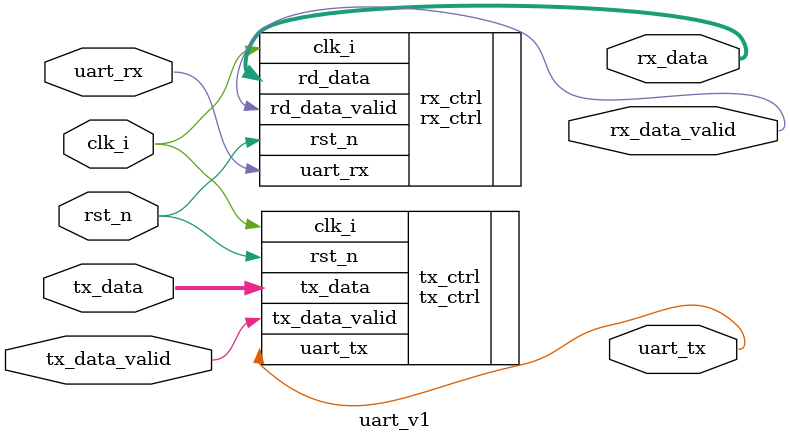
<source format=v>
`timescale 1ns / 1ps


module uart_v1#(
	parameter               		CLK_PER = 50_000_000,
	parameter    					BAND_RATE = 9600
)(
	input 					clk_i,
	input 					rst_n,
	
	output 					uart_tx,
	input 					tx_data_valid,
	input [7:0] 			tx_data,
	
	input 					uart_rx,
	output 					rx_data_valid,
	output[7:0]   			rx_data
    );
	
	rx_ctrl#(
	    .CLK_PER   (CLK_PER  ),
	    .BAND_RATE (BAND_RATE)
	)rx_ctrl(
	    .clk_i			(clk_i		   ),
	    .rst_n			(rst_n		   ),
	    .uart_rx		(uart_rx	   ),
	    .rd_data		(rx_data	   ),
	    .rd_data_valid  (rx_data_valid )
    );
	
	tx_ctrl#(
		.CLK_PER   (CLK_PER  ),
		.BAND_RATE (BAND_RATE)
	)tx_ctrl(
		.clk_i			(clk_i	      ),
		.rst_n			(rst_n		  ),	
		.tx_data_valid	(tx_data_valid),
		.tx_data		(tx_data	  ),
		.uart_tx        (uart_tx      )
    );
endmodule

</source>
